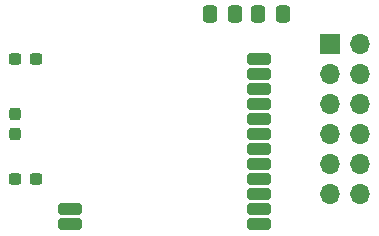
<source format=gbr>
%TF.GenerationSoftware,KiCad,Pcbnew,7.0.1*%
%TF.CreationDate,2023-03-26T17:16:00+02:00*%
%TF.ProjectId,AS4432_868_PMOD,41533434-3332-45f3-9836-385f504d4f44,rev?*%
%TF.SameCoordinates,Original*%
%TF.FileFunction,Soldermask,Top*%
%TF.FilePolarity,Negative*%
%FSLAX46Y46*%
G04 Gerber Fmt 4.6, Leading zero omitted, Abs format (unit mm)*
G04 Created by KiCad (PCBNEW 7.0.1) date 2023-03-26 17:16:00*
%MOMM*%
%LPD*%
G01*
G04 APERTURE LIST*
G04 Aperture macros list*
%AMRoundRect*
0 Rectangle with rounded corners*
0 $1 Rounding radius*
0 $2 $3 $4 $5 $6 $7 $8 $9 X,Y pos of 4 corners*
0 Add a 4 corners polygon primitive as box body*
4,1,4,$2,$3,$4,$5,$6,$7,$8,$9,$2,$3,0*
0 Add four circle primitives for the rounded corners*
1,1,$1+$1,$2,$3*
1,1,$1+$1,$4,$5*
1,1,$1+$1,$6,$7*
1,1,$1+$1,$8,$9*
0 Add four rect primitives between the rounded corners*
20,1,$1+$1,$2,$3,$4,$5,0*
20,1,$1+$1,$4,$5,$6,$7,0*
20,1,$1+$1,$6,$7,$8,$9,0*
20,1,$1+$1,$8,$9,$2,$3,0*%
G04 Aperture macros list end*
%ADD10R,1.700000X1.700000*%
%ADD11O,1.700000X1.700000*%
%ADD12RoundRect,0.250000X0.750000X0.250000X-0.750000X0.250000X-0.750000X-0.250000X0.750000X-0.250000X0*%
%ADD13RoundRect,0.237500X-0.300000X-0.237500X0.300000X-0.237500X0.300000X0.237500X-0.300000X0.237500X0*%
%ADD14RoundRect,0.250000X0.337500X0.475000X-0.337500X0.475000X-0.337500X-0.475000X0.337500X-0.475000X0*%
%ADD15RoundRect,0.237500X0.237500X-0.287500X0.237500X0.287500X-0.237500X0.287500X-0.237500X-0.287500X0*%
%ADD16RoundRect,0.250000X-0.337500X-0.475000X0.337500X-0.475000X0.337500X0.475000X-0.337500X0.475000X0*%
G04 APERTURE END LIST*
D10*
%TO.C,J1*%
X149860000Y-43180000D03*
D11*
X152400000Y-43180000D03*
X149860000Y-45720000D03*
X152400000Y-45720000D03*
X149860000Y-48260000D03*
X152400000Y-48260000D03*
X149860000Y-50800000D03*
X152400000Y-50800000D03*
X149860000Y-53340000D03*
X152400000Y-53340000D03*
X149860000Y-55880000D03*
X152400000Y-55880000D03*
%TD*%
D12*
%TO.C,U1*%
X143826500Y-44450000D03*
X143826500Y-45720000D03*
X143826500Y-46990000D03*
X143826500Y-48260000D03*
X143826500Y-49530000D03*
X143826500Y-50800000D03*
X143826500Y-52070000D03*
X143826500Y-53340000D03*
X143826500Y-54610000D03*
X143826500Y-55880000D03*
X143826500Y-57150000D03*
X143826500Y-58420000D03*
X127826500Y-58420000D03*
X127826500Y-57150000D03*
%TD*%
D13*
%TO.C,M1*%
X123190000Y-54610000D03*
X124915000Y-54610000D03*
%TD*%
D14*
%TO.C,C1*%
X141775000Y-40640000D03*
X139700000Y-40640000D03*
%TD*%
D15*
%TO.C,M2*%
X123190000Y-50800000D03*
X123190000Y-49050000D03*
%TD*%
D13*
%TO.C,M3*%
X123190000Y-44450000D03*
X124915000Y-44450000D03*
%TD*%
D16*
%TO.C,C2*%
X143742500Y-40640000D03*
X145817500Y-40640000D03*
%TD*%
M02*

</source>
